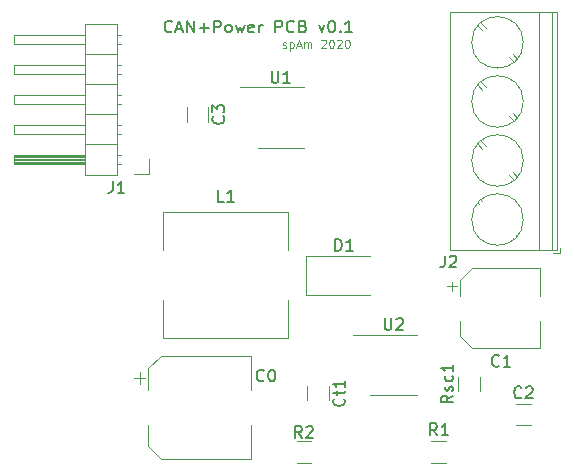
<source format=gbr>
G04 #@! TF.GenerationSoftware,KiCad,Pcbnew,(5.1.5)-3*
G04 #@! TF.CreationDate,2020-03-21T18:19:31+03:00*
G04 #@! TF.ProjectId,CAN+Power v0.1,43414e2b-506f-4776-9572-2076302e312e,rev?*
G04 #@! TF.SameCoordinates,Original*
G04 #@! TF.FileFunction,Legend,Top*
G04 #@! TF.FilePolarity,Positive*
%FSLAX46Y46*%
G04 Gerber Fmt 4.6, Leading zero omitted, Abs format (unit mm)*
G04 Created by KiCad (PCBNEW (5.1.5)-3) date 2020-03-21 18:19:31*
%MOMM*%
%LPD*%
G04 APERTURE LIST*
%ADD10C,0.100000*%
%ADD11C,0.150000*%
%ADD12C,0.120000*%
G04 APERTURE END LIST*
D10*
X136016666Y-78533333D02*
X136083333Y-78566666D01*
X136216666Y-78566666D01*
X136283333Y-78533333D01*
X136316666Y-78466666D01*
X136316666Y-78433333D01*
X136283333Y-78366666D01*
X136216666Y-78333333D01*
X136116666Y-78333333D01*
X136050000Y-78300000D01*
X136016666Y-78233333D01*
X136016666Y-78200000D01*
X136050000Y-78133333D01*
X136116666Y-78100000D01*
X136216666Y-78100000D01*
X136283333Y-78133333D01*
X136616666Y-78100000D02*
X136616666Y-78800000D01*
X136616666Y-78133333D02*
X136683333Y-78100000D01*
X136816666Y-78100000D01*
X136883333Y-78133333D01*
X136916666Y-78166666D01*
X136950000Y-78233333D01*
X136950000Y-78433333D01*
X136916666Y-78500000D01*
X136883333Y-78533333D01*
X136816666Y-78566666D01*
X136683333Y-78566666D01*
X136616666Y-78533333D01*
X137216666Y-78366666D02*
X137550000Y-78366666D01*
X137150000Y-78566666D02*
X137383333Y-77866666D01*
X137616666Y-78566666D01*
X137850000Y-78566666D02*
X137850000Y-78100000D01*
X137850000Y-78166666D02*
X137883333Y-78133333D01*
X137950000Y-78100000D01*
X138050000Y-78100000D01*
X138116666Y-78133333D01*
X138150000Y-78200000D01*
X138150000Y-78566666D01*
X138150000Y-78200000D02*
X138183333Y-78133333D01*
X138250000Y-78100000D01*
X138350000Y-78100000D01*
X138416666Y-78133333D01*
X138450000Y-78200000D01*
X138450000Y-78566666D01*
X139283333Y-77933333D02*
X139316666Y-77900000D01*
X139383333Y-77866666D01*
X139550000Y-77866666D01*
X139616666Y-77900000D01*
X139650000Y-77933333D01*
X139683333Y-78000000D01*
X139683333Y-78066666D01*
X139650000Y-78166666D01*
X139250000Y-78566666D01*
X139683333Y-78566666D01*
X140116666Y-77866666D02*
X140183333Y-77866666D01*
X140250000Y-77900000D01*
X140283333Y-77933333D01*
X140316666Y-78000000D01*
X140350000Y-78133333D01*
X140350000Y-78300000D01*
X140316666Y-78433333D01*
X140283333Y-78500000D01*
X140250000Y-78533333D01*
X140183333Y-78566666D01*
X140116666Y-78566666D01*
X140050000Y-78533333D01*
X140016666Y-78500000D01*
X139983333Y-78433333D01*
X139950000Y-78300000D01*
X139950000Y-78133333D01*
X139983333Y-78000000D01*
X140016666Y-77933333D01*
X140050000Y-77900000D01*
X140116666Y-77866666D01*
X140616666Y-77933333D02*
X140650000Y-77900000D01*
X140716666Y-77866666D01*
X140883333Y-77866666D01*
X140950000Y-77900000D01*
X140983333Y-77933333D01*
X141016666Y-78000000D01*
X141016666Y-78066666D01*
X140983333Y-78166666D01*
X140583333Y-78566666D01*
X141016666Y-78566666D01*
X141450000Y-77866666D02*
X141516666Y-77866666D01*
X141583333Y-77900000D01*
X141616666Y-77933333D01*
X141650000Y-78000000D01*
X141683333Y-78133333D01*
X141683333Y-78300000D01*
X141650000Y-78433333D01*
X141616666Y-78500000D01*
X141583333Y-78533333D01*
X141516666Y-78566666D01*
X141450000Y-78566666D01*
X141383333Y-78533333D01*
X141350000Y-78500000D01*
X141316666Y-78433333D01*
X141283333Y-78300000D01*
X141283333Y-78133333D01*
X141316666Y-78000000D01*
X141350000Y-77933333D01*
X141383333Y-77900000D01*
X141450000Y-77866666D01*
D11*
X126640476Y-77157142D02*
X126592857Y-77204761D01*
X126450000Y-77252380D01*
X126354761Y-77252380D01*
X126211904Y-77204761D01*
X126116666Y-77109523D01*
X126069047Y-77014285D01*
X126021428Y-76823809D01*
X126021428Y-76680952D01*
X126069047Y-76490476D01*
X126116666Y-76395238D01*
X126211904Y-76300000D01*
X126354761Y-76252380D01*
X126450000Y-76252380D01*
X126592857Y-76300000D01*
X126640476Y-76347619D01*
X127021428Y-76966666D02*
X127497619Y-76966666D01*
X126926190Y-77252380D02*
X127259523Y-76252380D01*
X127592857Y-77252380D01*
X127926190Y-77252380D02*
X127926190Y-76252380D01*
X128497619Y-77252380D01*
X128497619Y-76252380D01*
X128973809Y-76871428D02*
X129735714Y-76871428D01*
X129354761Y-77252380D02*
X129354761Y-76490476D01*
X130211904Y-77252380D02*
X130211904Y-76252380D01*
X130592857Y-76252380D01*
X130688095Y-76300000D01*
X130735714Y-76347619D01*
X130783333Y-76442857D01*
X130783333Y-76585714D01*
X130735714Y-76680952D01*
X130688095Y-76728571D01*
X130592857Y-76776190D01*
X130211904Y-76776190D01*
X131354761Y-77252380D02*
X131259523Y-77204761D01*
X131211904Y-77157142D01*
X131164285Y-77061904D01*
X131164285Y-76776190D01*
X131211904Y-76680952D01*
X131259523Y-76633333D01*
X131354761Y-76585714D01*
X131497619Y-76585714D01*
X131592857Y-76633333D01*
X131640476Y-76680952D01*
X131688095Y-76776190D01*
X131688095Y-77061904D01*
X131640476Y-77157142D01*
X131592857Y-77204761D01*
X131497619Y-77252380D01*
X131354761Y-77252380D01*
X132021428Y-76585714D02*
X132211904Y-77252380D01*
X132402380Y-76776190D01*
X132592857Y-77252380D01*
X132783333Y-76585714D01*
X133545238Y-77204761D02*
X133450000Y-77252380D01*
X133259523Y-77252380D01*
X133164285Y-77204761D01*
X133116666Y-77109523D01*
X133116666Y-76728571D01*
X133164285Y-76633333D01*
X133259523Y-76585714D01*
X133450000Y-76585714D01*
X133545238Y-76633333D01*
X133592857Y-76728571D01*
X133592857Y-76823809D01*
X133116666Y-76919047D01*
X134021428Y-77252380D02*
X134021428Y-76585714D01*
X134021428Y-76776190D02*
X134069047Y-76680952D01*
X134116666Y-76633333D01*
X134211904Y-76585714D01*
X134307142Y-76585714D01*
X135402380Y-77252380D02*
X135402380Y-76252380D01*
X135783333Y-76252380D01*
X135878571Y-76300000D01*
X135926190Y-76347619D01*
X135973809Y-76442857D01*
X135973809Y-76585714D01*
X135926190Y-76680952D01*
X135878571Y-76728571D01*
X135783333Y-76776190D01*
X135402380Y-76776190D01*
X136973809Y-77157142D02*
X136926190Y-77204761D01*
X136783333Y-77252380D01*
X136688095Y-77252380D01*
X136545238Y-77204761D01*
X136450000Y-77109523D01*
X136402380Y-77014285D01*
X136354761Y-76823809D01*
X136354761Y-76680952D01*
X136402380Y-76490476D01*
X136450000Y-76395238D01*
X136545238Y-76300000D01*
X136688095Y-76252380D01*
X136783333Y-76252380D01*
X136926190Y-76300000D01*
X136973809Y-76347619D01*
X137735714Y-76728571D02*
X137878571Y-76776190D01*
X137926190Y-76823809D01*
X137973809Y-76919047D01*
X137973809Y-77061904D01*
X137926190Y-77157142D01*
X137878571Y-77204761D01*
X137783333Y-77252380D01*
X137402380Y-77252380D01*
X137402380Y-76252380D01*
X137735714Y-76252380D01*
X137830952Y-76300000D01*
X137878571Y-76347619D01*
X137926190Y-76442857D01*
X137926190Y-76538095D01*
X137878571Y-76633333D01*
X137830952Y-76680952D01*
X137735714Y-76728571D01*
X137402380Y-76728571D01*
X139069047Y-76585714D02*
X139307142Y-77252380D01*
X139545238Y-76585714D01*
X140116666Y-76252380D02*
X140211904Y-76252380D01*
X140307142Y-76300000D01*
X140354761Y-76347619D01*
X140402380Y-76442857D01*
X140450000Y-76633333D01*
X140450000Y-76871428D01*
X140402380Y-77061904D01*
X140354761Y-77157142D01*
X140307142Y-77204761D01*
X140211904Y-77252380D01*
X140116666Y-77252380D01*
X140021428Y-77204761D01*
X139973809Y-77157142D01*
X139926190Y-77061904D01*
X139878571Y-76871428D01*
X139878571Y-76633333D01*
X139926190Y-76442857D01*
X139973809Y-76347619D01*
X140021428Y-76300000D01*
X140116666Y-76252380D01*
X140878571Y-77157142D02*
X140926190Y-77204761D01*
X140878571Y-77252380D01*
X140830952Y-77204761D01*
X140878571Y-77157142D01*
X140878571Y-77252380D01*
X141878571Y-77252380D02*
X141307142Y-77252380D01*
X141592857Y-77252380D02*
X141592857Y-76252380D01*
X141497619Y-76395238D01*
X141402380Y-76490476D01*
X141307142Y-76538095D01*
D12*
X127890000Y-83597936D02*
X127890000Y-84802064D01*
X129710000Y-83597936D02*
X129710000Y-84802064D01*
X124670000Y-89270000D02*
X123400000Y-89270000D01*
X124670000Y-88000000D02*
X124670000Y-89270000D01*
X122357071Y-77460000D02*
X121960000Y-77460000D01*
X122357071Y-78220000D02*
X121960000Y-78220000D01*
X113300000Y-77460000D02*
X119300000Y-77460000D01*
X113300000Y-78220000D02*
X113300000Y-77460000D01*
X119300000Y-78220000D02*
X113300000Y-78220000D01*
X121960000Y-79110000D02*
X119300000Y-79110000D01*
X122357071Y-80000000D02*
X121960000Y-80000000D01*
X122357071Y-80760000D02*
X121960000Y-80760000D01*
X113300000Y-80000000D02*
X119300000Y-80000000D01*
X113300000Y-80760000D02*
X113300000Y-80000000D01*
X119300000Y-80760000D02*
X113300000Y-80760000D01*
X121960000Y-81650000D02*
X119300000Y-81650000D01*
X122357071Y-82540000D02*
X121960000Y-82540000D01*
X122357071Y-83300000D02*
X121960000Y-83300000D01*
X113300000Y-82540000D02*
X119300000Y-82540000D01*
X113300000Y-83300000D02*
X113300000Y-82540000D01*
X119300000Y-83300000D02*
X113300000Y-83300000D01*
X121960000Y-84190000D02*
X119300000Y-84190000D01*
X122357071Y-85080000D02*
X121960000Y-85080000D01*
X122357071Y-85840000D02*
X121960000Y-85840000D01*
X113300000Y-85080000D02*
X119300000Y-85080000D01*
X113300000Y-85840000D02*
X113300000Y-85080000D01*
X119300000Y-85840000D02*
X113300000Y-85840000D01*
X121960000Y-86730000D02*
X119300000Y-86730000D01*
X122290000Y-87620000D02*
X121960000Y-87620000D01*
X122290000Y-88380000D02*
X121960000Y-88380000D01*
X119300000Y-87720000D02*
X113300000Y-87720000D01*
X119300000Y-87840000D02*
X113300000Y-87840000D01*
X119300000Y-87960000D02*
X113300000Y-87960000D01*
X119300000Y-88080000D02*
X113300000Y-88080000D01*
X119300000Y-88200000D02*
X113300000Y-88200000D01*
X119300000Y-88320000D02*
X113300000Y-88320000D01*
X113300000Y-87620000D02*
X119300000Y-87620000D01*
X113300000Y-88380000D02*
X113300000Y-87620000D01*
X119300000Y-88380000D02*
X113300000Y-88380000D01*
X119300000Y-89330000D02*
X121960000Y-89330000D01*
X119300000Y-76510000D02*
X119300000Y-89330000D01*
X121960000Y-76510000D02*
X119300000Y-76510000D01*
X121960000Y-89330000D02*
X121960000Y-76510000D01*
X138000000Y-96150000D02*
X138000000Y-99450000D01*
X138000000Y-99450000D02*
X143400000Y-99450000D01*
X138000000Y-96150000D02*
X143400000Y-96150000D01*
X159500000Y-95900000D02*
X159500000Y-95500000D01*
X158860000Y-95900000D02*
X159500000Y-95900000D01*
X155192000Y-79358000D02*
X155588000Y-79753000D01*
X152546000Y-76712000D02*
X152926000Y-77092000D01*
X155474000Y-79107000D02*
X155854000Y-79487000D01*
X152812000Y-76446000D02*
X153208000Y-76841000D01*
X155192000Y-84358000D02*
X155588000Y-84753000D01*
X152546000Y-81712000D02*
X152926000Y-82092000D01*
X155474000Y-84107000D02*
X155854000Y-84487000D01*
X152812000Y-81446000D02*
X153208000Y-81841000D01*
X155192000Y-89358000D02*
X155588000Y-89753000D01*
X152546000Y-86712000D02*
X152926000Y-87092000D01*
X155474000Y-89107000D02*
X155854000Y-89487000D01*
X152812000Y-86446000D02*
X153208000Y-86841000D01*
X155481000Y-94648000D02*
X155588000Y-94754000D01*
X152546000Y-91712000D02*
X152653000Y-91819000D01*
X155747000Y-94382000D02*
X155854000Y-94488000D01*
X152812000Y-91446000D02*
X152919000Y-91553000D01*
X150140000Y-75539000D02*
X159260000Y-75539000D01*
X150140000Y-95660000D02*
X159260000Y-95660000D01*
X159260000Y-95660000D02*
X159260000Y-75539000D01*
X150140000Y-95660000D02*
X150140000Y-75539000D01*
X157700000Y-95660000D02*
X157700000Y-75539000D01*
X158800000Y-95660000D02*
X158800000Y-75539000D01*
X156380000Y-78100000D02*
G75*
G03X156380000Y-78100000I-2180000J0D01*
G01*
X156380000Y-83100000D02*
G75*
G03X156380000Y-83100000I-2180000J0D01*
G01*
X156380000Y-88100000D02*
G75*
G03X156380000Y-88100000I-2180000J0D01*
G01*
X156380000Y-93100000D02*
G75*
G03X156380000Y-93100000I-2180000J0D01*
G01*
X133360000Y-113360000D02*
X133360000Y-110510000D01*
X133360000Y-104640000D02*
X133360000Y-107490000D01*
X125704437Y-104640000D02*
X133360000Y-104640000D01*
X125704437Y-113360000D02*
X133360000Y-113360000D01*
X124640000Y-112295563D02*
X124640000Y-110510000D01*
X124640000Y-105704437D02*
X124640000Y-107490000D01*
X124640000Y-105704437D02*
X125704437Y-104640000D01*
X124640000Y-112295563D02*
X125704437Y-113360000D01*
X123400000Y-106490000D02*
X124400000Y-106490000D01*
X123900000Y-105990000D02*
X123900000Y-106990000D01*
X145400000Y-107960000D02*
X147350000Y-107960000D01*
X145400000Y-107960000D02*
X143450000Y-107960000D01*
X145400000Y-102840000D02*
X147350000Y-102840000D01*
X145400000Y-102840000D02*
X141950000Y-102840000D01*
X135840000Y-81900000D02*
X132390000Y-81900000D01*
X135840000Y-81900000D02*
X137790000Y-81900000D01*
X135840000Y-87020000D02*
X133890000Y-87020000D01*
X135840000Y-87020000D02*
X137790000Y-87020000D01*
X150890000Y-107602064D02*
X150890000Y-106397936D01*
X152710000Y-107602064D02*
X152710000Y-106397936D01*
X138402064Y-113710000D02*
X137197936Y-113710000D01*
X138402064Y-111890000D02*
X137197936Y-111890000D01*
X148597936Y-111890000D02*
X149802064Y-111890000D01*
X148597936Y-113710000D02*
X149802064Y-113710000D01*
X125900000Y-95700000D02*
X125900000Y-92500000D01*
X125900000Y-92500000D02*
X136500000Y-92500000D01*
X136500000Y-92500000D02*
X136500000Y-95700000D01*
X136500000Y-99900000D02*
X136500000Y-103100000D01*
X136500000Y-103100000D02*
X125900000Y-103100000D01*
X125900000Y-103100000D02*
X125900000Y-99900000D01*
X139910000Y-107197936D02*
X139910000Y-108402064D01*
X138090000Y-107197936D02*
X138090000Y-108402064D01*
X155797936Y-108690000D02*
X157002064Y-108690000D01*
X155797936Y-110510000D02*
X157002064Y-110510000D01*
X157810000Y-104010000D02*
X157810000Y-101660000D01*
X157810000Y-97190000D02*
X157810000Y-99540000D01*
X152054437Y-97190000D02*
X157810000Y-97190000D01*
X152054437Y-104010000D02*
X157810000Y-104010000D01*
X150990000Y-102945563D02*
X150990000Y-101660000D01*
X150990000Y-98254437D02*
X150990000Y-99540000D01*
X150990000Y-98254437D02*
X152054437Y-97190000D01*
X150990000Y-102945563D02*
X152054437Y-104010000D01*
X149962500Y-98752500D02*
X150750000Y-98752500D01*
X150356250Y-98358750D02*
X150356250Y-99146250D01*
D11*
X130977142Y-84366666D02*
X131024761Y-84414285D01*
X131072380Y-84557142D01*
X131072380Y-84652380D01*
X131024761Y-84795238D01*
X130929523Y-84890476D01*
X130834285Y-84938095D01*
X130643809Y-84985714D01*
X130500952Y-84985714D01*
X130310476Y-84938095D01*
X130215238Y-84890476D01*
X130120000Y-84795238D01*
X130072380Y-84652380D01*
X130072380Y-84557142D01*
X130120000Y-84414285D01*
X130167619Y-84366666D01*
X130072380Y-84033333D02*
X130072380Y-83414285D01*
X130453333Y-83747619D01*
X130453333Y-83604761D01*
X130500952Y-83509523D01*
X130548571Y-83461904D01*
X130643809Y-83414285D01*
X130881904Y-83414285D01*
X130977142Y-83461904D01*
X131024761Y-83509523D01*
X131072380Y-83604761D01*
X131072380Y-83890476D01*
X131024761Y-83985714D01*
X130977142Y-84033333D01*
X121616666Y-89852380D02*
X121616666Y-90566666D01*
X121569047Y-90709523D01*
X121473809Y-90804761D01*
X121330952Y-90852380D01*
X121235714Y-90852380D01*
X122616666Y-90852380D02*
X122045238Y-90852380D01*
X122330952Y-90852380D02*
X122330952Y-89852380D01*
X122235714Y-89995238D01*
X122140476Y-90090476D01*
X122045238Y-90138095D01*
X140461904Y-95752380D02*
X140461904Y-94752380D01*
X140700000Y-94752380D01*
X140842857Y-94800000D01*
X140938095Y-94895238D01*
X140985714Y-94990476D01*
X141033333Y-95180952D01*
X141033333Y-95323809D01*
X140985714Y-95514285D01*
X140938095Y-95609523D01*
X140842857Y-95704761D01*
X140700000Y-95752380D01*
X140461904Y-95752380D01*
X141985714Y-95752380D02*
X141414285Y-95752380D01*
X141700000Y-95752380D02*
X141700000Y-94752380D01*
X141604761Y-94895238D01*
X141509523Y-94990476D01*
X141414285Y-95038095D01*
X149716666Y-96152380D02*
X149716666Y-96866666D01*
X149669047Y-97009523D01*
X149573809Y-97104761D01*
X149430952Y-97152380D01*
X149335714Y-97152380D01*
X150145238Y-96247619D02*
X150192857Y-96200000D01*
X150288095Y-96152380D01*
X150526190Y-96152380D01*
X150621428Y-96200000D01*
X150669047Y-96247619D01*
X150716666Y-96342857D01*
X150716666Y-96438095D01*
X150669047Y-96580952D01*
X150097619Y-97152380D01*
X150716666Y-97152380D01*
X134433333Y-106707142D02*
X134385714Y-106754761D01*
X134242857Y-106802380D01*
X134147619Y-106802380D01*
X134004761Y-106754761D01*
X133909523Y-106659523D01*
X133861904Y-106564285D01*
X133814285Y-106373809D01*
X133814285Y-106230952D01*
X133861904Y-106040476D01*
X133909523Y-105945238D01*
X134004761Y-105850000D01*
X134147619Y-105802380D01*
X134242857Y-105802380D01*
X134385714Y-105850000D01*
X134433333Y-105897619D01*
X135052380Y-105802380D02*
X135147619Y-105802380D01*
X135242857Y-105850000D01*
X135290476Y-105897619D01*
X135338095Y-105992857D01*
X135385714Y-106183333D01*
X135385714Y-106421428D01*
X135338095Y-106611904D01*
X135290476Y-106707142D01*
X135242857Y-106754761D01*
X135147619Y-106802380D01*
X135052380Y-106802380D01*
X134957142Y-106754761D01*
X134909523Y-106707142D01*
X134861904Y-106611904D01*
X134814285Y-106421428D01*
X134814285Y-106183333D01*
X134861904Y-105992857D01*
X134909523Y-105897619D01*
X134957142Y-105850000D01*
X135052380Y-105802380D01*
X144638095Y-101452380D02*
X144638095Y-102261904D01*
X144685714Y-102357142D01*
X144733333Y-102404761D01*
X144828571Y-102452380D01*
X145019047Y-102452380D01*
X145114285Y-102404761D01*
X145161904Y-102357142D01*
X145209523Y-102261904D01*
X145209523Y-101452380D01*
X145638095Y-101547619D02*
X145685714Y-101500000D01*
X145780952Y-101452380D01*
X146019047Y-101452380D01*
X146114285Y-101500000D01*
X146161904Y-101547619D01*
X146209523Y-101642857D01*
X146209523Y-101738095D01*
X146161904Y-101880952D01*
X145590476Y-102452380D01*
X146209523Y-102452380D01*
X135078095Y-80512380D02*
X135078095Y-81321904D01*
X135125714Y-81417142D01*
X135173333Y-81464761D01*
X135268571Y-81512380D01*
X135459047Y-81512380D01*
X135554285Y-81464761D01*
X135601904Y-81417142D01*
X135649523Y-81321904D01*
X135649523Y-80512380D01*
X136649523Y-81512380D02*
X136078095Y-81512380D01*
X136363809Y-81512380D02*
X136363809Y-80512380D01*
X136268571Y-80655238D01*
X136173333Y-80750476D01*
X136078095Y-80798095D01*
X150432380Y-108000000D02*
X149956190Y-108333333D01*
X150432380Y-108571428D02*
X149432380Y-108571428D01*
X149432380Y-108190476D01*
X149480000Y-108095238D01*
X149527619Y-108047619D01*
X149622857Y-108000000D01*
X149765714Y-108000000D01*
X149860952Y-108047619D01*
X149908571Y-108095238D01*
X149956190Y-108190476D01*
X149956190Y-108571428D01*
X150384761Y-107619047D02*
X150432380Y-107523809D01*
X150432380Y-107333333D01*
X150384761Y-107238095D01*
X150289523Y-107190476D01*
X150241904Y-107190476D01*
X150146666Y-107238095D01*
X150099047Y-107333333D01*
X150099047Y-107476190D01*
X150051428Y-107571428D01*
X149956190Y-107619047D01*
X149908571Y-107619047D01*
X149813333Y-107571428D01*
X149765714Y-107476190D01*
X149765714Y-107333333D01*
X149813333Y-107238095D01*
X150384761Y-106333333D02*
X150432380Y-106428571D01*
X150432380Y-106619047D01*
X150384761Y-106714285D01*
X150337142Y-106761904D01*
X150241904Y-106809523D01*
X149956190Y-106809523D01*
X149860952Y-106761904D01*
X149813333Y-106714285D01*
X149765714Y-106619047D01*
X149765714Y-106428571D01*
X149813333Y-106333333D01*
X150432380Y-105380952D02*
X150432380Y-105952380D01*
X150432380Y-105666666D02*
X149432380Y-105666666D01*
X149575238Y-105761904D01*
X149670476Y-105857142D01*
X149718095Y-105952380D01*
X137633333Y-111602380D02*
X137300000Y-111126190D01*
X137061904Y-111602380D02*
X137061904Y-110602380D01*
X137442857Y-110602380D01*
X137538095Y-110650000D01*
X137585714Y-110697619D01*
X137633333Y-110792857D01*
X137633333Y-110935714D01*
X137585714Y-111030952D01*
X137538095Y-111078571D01*
X137442857Y-111126190D01*
X137061904Y-111126190D01*
X138014285Y-110697619D02*
X138061904Y-110650000D01*
X138157142Y-110602380D01*
X138395238Y-110602380D01*
X138490476Y-110650000D01*
X138538095Y-110697619D01*
X138585714Y-110792857D01*
X138585714Y-110888095D01*
X138538095Y-111030952D01*
X137966666Y-111602380D01*
X138585714Y-111602380D01*
X149083333Y-111352380D02*
X148750000Y-110876190D01*
X148511904Y-111352380D02*
X148511904Y-110352380D01*
X148892857Y-110352380D01*
X148988095Y-110400000D01*
X149035714Y-110447619D01*
X149083333Y-110542857D01*
X149083333Y-110685714D01*
X149035714Y-110780952D01*
X148988095Y-110828571D01*
X148892857Y-110876190D01*
X148511904Y-110876190D01*
X150035714Y-111352380D02*
X149464285Y-111352380D01*
X149750000Y-111352380D02*
X149750000Y-110352380D01*
X149654761Y-110495238D01*
X149559523Y-110590476D01*
X149464285Y-110638095D01*
X131033333Y-91602380D02*
X130557142Y-91602380D01*
X130557142Y-90602380D01*
X131890476Y-91602380D02*
X131319047Y-91602380D01*
X131604761Y-91602380D02*
X131604761Y-90602380D01*
X131509523Y-90745238D01*
X131414285Y-90840476D01*
X131319047Y-90888095D01*
X141177142Y-108252380D02*
X141224761Y-108300000D01*
X141272380Y-108442857D01*
X141272380Y-108538095D01*
X141224761Y-108680952D01*
X141129523Y-108776190D01*
X141034285Y-108823809D01*
X140843809Y-108871428D01*
X140700952Y-108871428D01*
X140510476Y-108823809D01*
X140415238Y-108776190D01*
X140320000Y-108680952D01*
X140272380Y-108538095D01*
X140272380Y-108442857D01*
X140320000Y-108300000D01*
X140367619Y-108252380D01*
X140605714Y-107966666D02*
X140605714Y-107585714D01*
X140272380Y-107823809D02*
X141129523Y-107823809D01*
X141224761Y-107776190D01*
X141272380Y-107680952D01*
X141272380Y-107585714D01*
X141272380Y-106728571D02*
X141272380Y-107300000D01*
X141272380Y-107014285D02*
X140272380Y-107014285D01*
X140415238Y-107109523D01*
X140510476Y-107204761D01*
X140558095Y-107300000D01*
X156233333Y-108137142D02*
X156185714Y-108184761D01*
X156042857Y-108232380D01*
X155947619Y-108232380D01*
X155804761Y-108184761D01*
X155709523Y-108089523D01*
X155661904Y-107994285D01*
X155614285Y-107803809D01*
X155614285Y-107660952D01*
X155661904Y-107470476D01*
X155709523Y-107375238D01*
X155804761Y-107280000D01*
X155947619Y-107232380D01*
X156042857Y-107232380D01*
X156185714Y-107280000D01*
X156233333Y-107327619D01*
X156614285Y-107327619D02*
X156661904Y-107280000D01*
X156757142Y-107232380D01*
X156995238Y-107232380D01*
X157090476Y-107280000D01*
X157138095Y-107327619D01*
X157185714Y-107422857D01*
X157185714Y-107518095D01*
X157138095Y-107660952D01*
X156566666Y-108232380D01*
X157185714Y-108232380D01*
X154333333Y-105457142D02*
X154285714Y-105504761D01*
X154142857Y-105552380D01*
X154047619Y-105552380D01*
X153904761Y-105504761D01*
X153809523Y-105409523D01*
X153761904Y-105314285D01*
X153714285Y-105123809D01*
X153714285Y-104980952D01*
X153761904Y-104790476D01*
X153809523Y-104695238D01*
X153904761Y-104600000D01*
X154047619Y-104552380D01*
X154142857Y-104552380D01*
X154285714Y-104600000D01*
X154333333Y-104647619D01*
X155285714Y-105552380D02*
X154714285Y-105552380D01*
X155000000Y-105552380D02*
X155000000Y-104552380D01*
X154904761Y-104695238D01*
X154809523Y-104790476D01*
X154714285Y-104838095D01*
M02*

</source>
